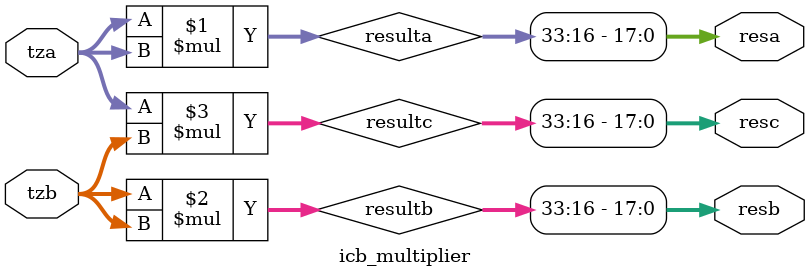
<source format=sv>
module icb_multiplier
(
	input wire [17:0] tza,
	input wire [17:0] tzb,
	output wire [17:0] resa,
	output wire [17:0] resb,
	output wire [17:0] resc
);

wire [35:0] resulta, resultb, resultc;

assign resulta = tza * tza;
assign resultb = tzb * tzb;
assign resultc = tza * tzb;
assign resa = resulta[33:16];
assign resb = resultb[33:16];
assign resc = resultc[33:16];

endmodule

</source>
